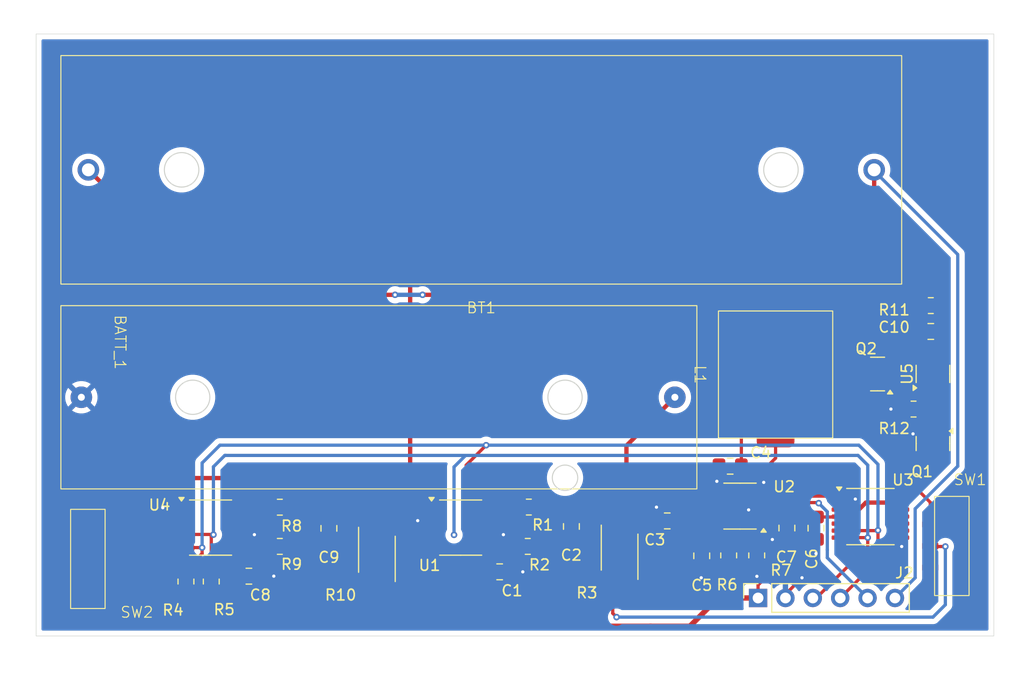
<source format=kicad_pcb>
(kicad_pcb (version 20241229) (generator "pcbnew") (generator_version "9.0")
  (layers (0 "F.Cu" signal) (2 "B.Cu" signal) (13 "F.Paste" user) (15 "B.Paste" user) (5 "F.SilkS" user "F.Silkscreen") (7 "B.SilkS" user "B.Silkscreen") (1 "F.Mask" user) (3 "B.Mask" user) (25 "Edge.Cuts" user))
  (net 0 "")
  (net 1 "+ALK")
  (net 2 "GND")
  (net 3 "LITH")
  (net 4 "Net-(BT1--)")
  (net 5 "V5+")
  (net 6 "Net-(C2-Pad1)")
  (net 7 "Net-(C2-Pad2)")
  (net 8 "Net-(SW1-B)")
  (net 9 "Net-(U2-AUX)")
  (net 10 "Net-(U2-LDO)")
  (net 11 "Net-(C9-Pad1)")
  (net 12 "Net-(C9-Pad2)")
  (net 13 "Net-(U5-VCC)")
  (net 14 "SDA")
  (net 15 "SHDN")
  (net 16 "SCL")
  (net 17 "Net-(U2-SWITCH)")
  (net 18 "Net-(Q1-D)")
  (net 19 "Net-(Q1-G)")
  (net 20 "Net-(Q2-G)")
  (net 21 "Net-(U1-IN+)")
  (net 22 "Net-(U1-IN-)")
  (net 23 "Net-(SW1-A)")
  (net 24 "Net-(U2-FB)")
  (net 25 "Net-(U4-IN+)")
  (net 26 "Net-(U4-IN-)")
  (net 27 "Net-(U5-CS)")
  (net 28 "MPPC")
  (net 34 "Net-(SW2-B)")
  (footprint "Joule Thief-Library:18650_Cell_Clip" (layer "F.Cu") (at 140.2975 71.605)
    (property "Reference" "BT1" (at 0 12.8 0) (layer "F.SilkS") (effects (font (thickness 0.1))))
    (property "Value" "Battery_Cell")
    (fp_circle (center -27.8 0) (end -26.2 0) (stroke (width 0.1)) (fill no) (layer "Edge.Cuts"))
    (fp_circle (center 27.8 0) (end 29.4 0) (stroke (width 0.1)) (fill no) (layer "Edge.Cuts"))
    (pad "1" thru_hole circle (at 36.45 0) (size 2 2) (drill 1.2) (layers "*.Cu" "*.Mask") (net 3 "LITH"))
    (pad "2" thru_hole circle (at -36.45 0) (size 2 2) (drill 1.2) (layers "*.Cu" "*.Mask") (net 4 "Net-(BT1--)"))
  )
  (footprint "Joule Thief-Library:AA_Cell_Clip" (layer "F.Cu") (at 130.7975 92.705)
    (property "Reference" "BATT_1" (at -23.9975 -5.105 270) (layer "F.SilkS") (effects (font (thickness 0.1))))
    (property "Value" "Alkaline AA")
    (fp_circle (center -17.27 0) (end -15.68 0) (stroke (width 0.1)) (fill no) (layer "Edge.Cuts"))
    (fp_circle (center 17.27 0) (end 18.86 0) (stroke (width 0.1)) (fill no) (layer "Edge.Cuts"))
    (fp_circle (center 17.27 7.47) (end 18.45 7.47) (stroke (width 0.1)) (fill no) (layer "Edge.Cuts"))
    (pad "1" thru_hole circle (at 27.46 0) (size 2 2) (drill 0.65) (layers "*.Cu" "*.Mask") (net 1 "+ALK"))
    (pad "2" thru_hole circle (at -27.6 0) (size 2 2) (drill 0.65) (layers "*.Cu" "*.Mask") (net 2 "GND"))
  )
  (footprint "Resistor_SMD:R_0805_2012Metric_Pad1.20x1.40mm_HandSolder" (layer "F.Cu") (at 144.71 102.89)
    (property "Reference" "R1" (at 1.29 1.66 0) (layer "F.SilkS"))
    (property "Value" "10")
    (pad "1" smd roundrect (at -1 0) (size 1.2 1.4) (layers "F.Cu" "F.Mask" "F.Paste") (roundrect_rratio 0.208333) (net 21 "Net-(U1-IN+)"))
    (pad "2" smd roundrect (at 1 0) (size 1.2 1.4) (layers "F.Cu" "F.Mask" "F.Paste") (roundrect_rratio 0.208333) (net 6 "Net-(C2-Pad1)"))
  )
  (footprint "Package_SO:TSSOP-14_4.4x5mm_P0.65mm" (layer "F.Cu") (at 176.4 103.775)
    (property "Reference" "U3" (at 3.025 -3.4 180) (layer "F.SilkS"))
    (property "Value" "AD5280")
    (pad "1" smd roundrect (at -2.8625 -1.95) (size 1.475 0.4) (layers "F.Cu" "F.Mask" "F.Paste") (net 28 "MPPC"))
    (pad "2" smd roundrect (at -2.8625 -1.3) (size 1.475 0.4) (layers "F.Cu" "F.Mask" "F.Paste") (net 28 "MPPC"))
    (pad "3" smd roundrect (at -2.8625 -0.65) (size 1.475 0.4) (layers "F.Cu" "F.Mask" "F.Paste") (net 2 "GND"))
    (pad "4" smd roundrect (at -2.8625 0) (size 1.475 0.4) (layers "F.Cu" "F.Mask" "F.Paste") (net 5 "V5+"))
    (pad "5" smd roundrect (at -2.8625 0.65) (size 1.475 0.4) (layers "F.Cu" "F.Mask" "F.Paste"))
    (pad "6" smd roundrect (at -2.8625 1.3) (size 1.475 0.4) (layers "F.Cu" "F.Mask" "F.Paste") (net 16 "SCL"))
    (pad "7" smd roundrect (at -2.8625 1.95) (size 1.475 0.4) (layers "F.Cu" "F.Mask" "F.Paste") (net 14 "SDA"))
    (pad "8" smd roundrect (at 2.8625 1.95) (size 1.475 0.4) (layers "F.Cu" "F.Mask" "F.Paste") (net 2 "GND"))
    (pad "9" smd roundrect (at 2.8625 1.3) (size 1.475 0.4) (layers "F.Cu" "F.Mask" "F.Paste") (net 2 "GND"))
    (pad "10" smd roundrect (at 2.8625 0.65) (size 1.475 0.4) (layers "F.Cu" "F.Mask" "F.Paste") (net 2 "GND"))
    (pad "11" smd roundrect (at 2.8625 0) (size 1.475 0.4) (layers "F.Cu" "F.Mask" "F.Paste") (net 2 "GND"))
    (pad "12" smd roundrect (at 2.8625 -0.65) (size 1.475 0.4) (layers "F.Cu" "F.Mask" "F.Paste"))
    (pad "13" smd roundrect (at 2.8625 -1.3) (size 1.475 0.4) (layers "F.Cu" "F.Mask" "F.Paste") (net 5 "V5+"))
    (pad "14" smd roundrect (at 2.8625 -1.95) (size 1.475 0.4) (layers "F.Cu" "F.Mask" "F.Paste"))
  )
  (footprint "Package_SO:MSOP-12_3x4.039mm_P0.65mm" (layer "F.Cu") (at 164.3 102.8 180)
    (property "Reference" "U2" (at -4.1 1.8 0) (layer "F.SilkS"))
    (property "Value" "LTC3105xMS")
    (pad "1" smd roundrect (at -2.15 -1.625 180) (size 1.45 0.4) (layers "F.Cu" "F.Mask" "F.Paste") (net 24 "Net-(U2-FB)"))
    (pad "2" smd roundrect (at -2.15 -0.975 180) (size 1.45 0.4) (layers "F.Cu" "F.Mask" "F.Paste") (net 10 "Net-(U2-LDO)"))
    (pad "3" smd roundrect (at -2.15 -0.325 180) (size 1.45 0.4) (layers "F.Cu" "F.Mask" "F.Paste") (net 2 "GND"))
    (pad "4" smd roundrect (at -2.15 0.325 180) (size 1.45 0.4) (layers "F.Cu" "F.Mask" "F.Paste") (net 15 "SHDN"))
    (pad "5" smd roundrect (at -2.15 0.975 180) (size 1.45 0.4) (layers "F.Cu" "F.Mask" "F.Paste") (net 28 "MPPC"))
    (pad "6" smd roundrect (at -2.15 1.625 180) (size 1.45 0.4) (layers "F.Cu" "F.Mask" "F.Paste") (net 2 "GND"))
    (pad "7" smd roundrect (at 2.15 1.625 180) (size 1.45 0.4) (layers "F.Cu" "F.Mask" "F.Paste") (net 2 "GND"))
    (pad "8" smd roundrect (at 2.15 0.975 180) (size 1.45 0.4) (layers "F.Cu" "F.Mask" "F.Paste") (net 23 "Net-(SW1-A)"))
    (pad "9" smd roundrect (at 2.15 0.325 180) (size 1.45 0.4) (layers "F.Cu" "F.Mask" "F.Paste") (net 17 "Net-(U2-SWITCH)"))
    (pad "10" smd roundrect (at 2.15 -0.325 180) (size 1.45 0.4) (layers "F.Cu" "F.Mask" "F.Paste"))
    (pad "11" smd roundrect (at 2.15 -0.975 180) (size 1.45 0.4) (layers "F.Cu" "F.Mask" "F.Paste") (net 5 "V5+"))
    (pad "12" smd roundrect (at 2.15 -1.625 180) (size 1.45 0.4) (layers "F.Cu" "F.Mask" "F.Paste") (net 9 "Net-(U2-AUX)"))
  )
  (footprint "Capacitor_SMD:C_0805_2012Metric_Pad1.18x1.45mm_HandSolder" (layer "F.Cu") (at 157.55 104.175)
    (property "Reference" "C3" (at -1.15 1.75 0) (layer "F.SilkS"))
    (property "Value" "100u")
    (pad "1" smd roundrect (at -1.0375 0) (size 1.175 1.45) (layers "F.Cu" "F.Mask" "F.Paste") (roundrect_rratio 0.212766) (net 2 "GND"))
    (pad "2" smd roundrect (at 1.0375 0) (size 1.175 1.45) (layers "F.Cu" "F.Mask" "F.Paste") (roundrect_rratio 0.212766) (net 5 "V5+"))
  )
  (footprint "Resistor_SMD:R_0805_2012Metric_Pad1.20x1.40mm_HandSolder" (layer "F.Cu") (at 180.4 93.8)
    (property "Reference" "R12" (at -1.8 1.8 0) (layer "F.SilkS"))
    (property "Value" "1k")
    (pad "1" smd roundrect (at -1 0) (size 1.2 1.4) (layers "F.Cu" "F.Mask" "F.Paste") (roundrect_rratio 0.208333) (net 2 "GND"))
    (pad "2" smd roundrect (at 1 0) (size 1.2 1.4) (layers "F.Cu" "F.Mask" "F.Paste") (roundrect_rratio 0.208333) (net 27 "Net-(U5-CS)"))
  )
  (footprint "Resistor_SMD:R_0805_2012Metric_Pad1.20x1.40mm_HandSolder" (layer "F.Cu") (at 163.25 107.375 90)
    (property "Reference" "R6" (at -2.725 -0.15 180) (layer "F.SilkS"))
    (property "Value" "910k")
    (pad "1" smd roundrect (at -1 0 90) (size 1.2 1.4) (layers "F.Cu" "F.Mask" "F.Paste") (roundrect_rratio 0.208333) (net 5 "V5+"))
    (pad "2" smd roundrect (at 1 0 90) (size 1.2 1.4) (layers "F.Cu" "F.Mask" "F.Paste") (roundrect_rratio 0.208333) (net 24 "Net-(U2-FB)"))
  )
  (footprint "Resistor_SMD:R_0805_2012Metric_Pad1.20x1.40mm_HandSolder" (layer "F.Cu") (at 121.61 102.9025)
    (property "Reference" "R8" (at 1.09 1.7475 0) (layer "F.SilkS"))
    (property "Value" "10")
    (pad "1" smd roundrect (at -1 0) (size 1.2 1.4) (layers "F.Cu" "F.Mask" "F.Paste") (roundrect_rratio 0.208333) (net 25 "Net-(U4-IN+)"))
    (pad "2" smd roundrect (at 1 0) (size 1.2 1.4) (layers "F.Cu" "F.Mask" "F.Paste") (roundrect_rratio 0.208333) (net 12 "Net-(C9-Pad2)"))
  )
  (footprint "Resistor_SMD:R_0805_2012Metric_Pad1.20x1.40mm_HandSolder" (layer "F.Cu") (at 121.61 106.54)
    (property "Reference" "R9" (at 1.09 1.66 0) (layer "F.SilkS"))
    (property "Value" "10")
    (pad "1" smd roundrect (at -1 0) (size 1.2 1.4) (layers "F.Cu" "F.Mask" "F.Paste") (roundrect_rratio 0.208333) (net 26 "Net-(U4-IN-)"))
    (pad "2" smd roundrect (at 1 0) (size 1.2 1.4) (layers "F.Cu" "F.Mask" "F.Paste") (roundrect_rratio 0.208333) (net 11 "Net-(C9-Pad1)"))
  )
  (footprint "Capacitor_SMD:C_0805_2012Metric_Pad1.18x1.45mm_HandSolder" (layer "F.Cu") (at 148.66 104.69 -90)
    (property "Reference" "C2" (at 2.66 0.01 180) (layer "F.SilkS"))
    (property "Value" "0.1u")
    (pad "1" smd roundrect (at -1.0375 0 270) (size 1.175 1.45) (layers "F.Cu" "F.Mask" "F.Paste") (roundrect_rratio 0.212766) (net 6 "Net-(C2-Pad1)"))
    (pad "2" smd roundrect (at 1.0375 0 270) (size 1.175 1.45) (layers "F.Cu" "F.Mask" "F.Paste") (roundrect_rratio 0.212766) (net 7 "Net-(C2-Pad2)"))
  )
  (footprint "Package_TO_SOT_SMD:SOT-23" (layer "F.Cu") (at 182.2 97 -90)
    (property "Reference" "Q1" (at 2.6 1 180) (layer "F.SilkS"))
    (property "Value" "AO3400A")
    (pad "1" smd roundrect (at -0.9375 -0.95 270) (size 1.475 0.6) (layers "F.Cu" "F.Mask" "F.Paste") (net 19 "Net-(Q1-G)"))
    (pad "2" smd roundrect (at -0.9375 0.95 270) (size 1.475 0.6) (layers "F.Cu" "F.Mask" "F.Paste") (net 2 "GND"))
    (pad "3" smd roundrect (at 0.9375 0 270) (size 1.475 0.6) (layers "F.Cu" "F.Mask" "F.Paste") (net 18 "Net-(Q1-D)"))
  )
  (footprint "Capacitor_SMD:C_0805_2012Metric_Pad1.18x1.45mm_HandSolder" (layer "F.Cu") (at 126.1625 104.865 90)
    (property "Reference" "C9" (at -2.685 0 180) (layer "F.SilkS"))
    (property "Value" "0.1u")
    (pad "1" smd roundrect (at -1.0375 0 90) (size 1.175 1.45) (layers "F.Cu" "F.Mask" "F.Paste") (roundrect_rratio 0.212766) (net 11 "Net-(C9-Pad1)"))
    (pad "2" smd roundrect (at 1.0375 0 90) (size 1.175 1.45) (layers "F.Cu" "F.Mask" "F.Paste") (roundrect_rratio 0.212766) (net 12 "Net-(C9-Pad2)"))
  )
  (footprint "Capacitor_SMD:C_0805_2012Metric_Pad1.18x1.45mm_HandSolder" (layer "F.Cu") (at 160.75 107.4125 -90)
    (property "Reference" "C5" (at 2.7375 0 180) (layer "F.SilkS"))
    (property "Value" "1u")
    (pad "1" smd roundrect (at -1.0375 0 270) (size 1.175 1.45) (layers "F.Cu" "F.Mask" "F.Paste") (roundrect_rratio 0.212766) (net 9 "Net-(U2-AUX)"))
    (pad "2" smd roundrect (at 1.0375 0 270) (size 1.175 1.45) (layers "F.Cu" "F.Mask" "F.Paste") (roundrect_rratio 0.212766) (net 2 "GND"))
  )
  (footprint "Connector_PinSocket_2.54mm:PinSocket_1x06_P2.54mm_Vertical" (layer "F.Cu") (at 165.975 111.325 90)
    (property "Reference" "J2" (at 2.325 13.575 180) (layer "F.SilkS"))
    (property "Value" "Conn_01x06_Socket")
    (pad "1" thru_hole rect (at 0 0 90) (size 1.7 1.7) (drill 1) (layers "*.Cu" "*.Mask") (net 5 "V5+"))
    (pad "2" thru_hole oval (at 0 2.54 90) (size 1.7 1.7) (drill 1) (layers "*.Cu" "*.Mask") (net 2 "GND"))
    (pad "3" thru_hole oval (at 0 5.08 90) (size 1.7 1.7) (drill 1) (layers "*.Cu" "*.Mask") (net 14 "SDA"))
    (pad "4" thru_hole oval (at 0 7.62 90) (size 1.7 1.7) (drill 1) (layers "*.Cu" "*.Mask") (net 16 "SCL"))
    (pad "5" thru_hole oval (at 0 10.16 90) (size 1.7 1.7) (drill 1) (layers "*.Cu" "*.Mask") (net 15 "SHDN"))
    (pad "6" thru_hole oval (at 0 12.7 90) (size 1.7 1.7) (drill 1) (layers "*.Cu" "*.Mask") (net 3 "LITH"))
  )
  (footprint "Resistor_SMD:R_0805_2012Metric_Pad1.20x1.40mm_HandSolder" (layer "F.Cu") (at 144.61 106.54)
    (property "Reference" "R2" (at 1.09 1.71 0) (layer "F.SilkS"))
    (property "Value" "10")
    (pad "1" smd roundrect (at -1 0) (size 1.2 1.4) (layers "F.Cu" "F.Mask" "F.Paste") (roundrect_rratio 0.208333) (net 22 "Net-(U1-IN-)"))
    (pad "2" smd roundrect (at 1 0) (size 1.2 1.4) (layers "F.Cu" "F.Mask" "F.Paste") (roundrect_rratio 0.208333) (net 7 "Net-(C2-Pad2)"))
  )
  (footprint "Package_TO_SOT_SMD:SOT-23-6" (layer "F.Cu") (at 182.2 90.5375 90)
    (property "Reference" "U5" (at 0 -2.4 270) (layer "F.SilkS"))
    (property "Value" "DW01A")
    (pad "1" smd roundrect (at -1.1375 -0.95 90) (size 1.325 0.6) (layers "F.Cu" "F.Mask" "F.Paste") (net 20 "Net-(Q2-G)"))
    (pad "2" smd roundrect (at -1.1375 0 90) (size 1.325 0.6) (layers "F.Cu" "F.Mask" "F.Paste") (net 27 "Net-(U5-CS)"))
    (pad "3" smd roundrect (at -1.1375 0.95 90) (size 1.325 0.6) (layers "F.Cu" "F.Mask" "F.Paste") (net 19 "Net-(Q1-G)"))
    (pad "4" smd roundrect (at 1.1375 0.95 90) (size 1.325 0.6) (layers "F.Cu" "F.Mask" "F.Paste"))
    (pad "5" smd roundrect (at 1.1375 0 90) (size 1.325 0.6) (layers "F.Cu" "F.Mask" "F.Paste") (net 13 "Net-(U5-VCC)"))
    (pad "6" smd roundrect (at 1.1375 -0.95 90) (size 1.325 0.6) (layers "F.Cu" "F.Mask" "F.Paste") (net 4 "Net-(BT1--)"))
  )
  (footprint "Capacitor_SMD:C_0805_2012Metric_Pad1.18x1.45mm_HandSolder" (layer "F.Cu") (at 163.3875 99.1 180)
    (property "Reference" "C4" (at -2.8375 1.25 0) (layer "F.SilkS"))
    (property "Value" "10u")
    (pad "1" smd roundrect (at -1.0375 0 180) (size 1.175 1.45) (layers "F.Cu" "F.Mask" "F.Paste") (roundrect_rratio 0.212766) (net 23 "Net-(SW1-A)"))
    (pad "2" smd roundrect (at 1.0375 0 180) (size 1.175 1.45) (layers "F.Cu" "F.Mask" "F.Paste") (roundrect_rratio 0.212766) (net 2 "GND"))
  )
  (footprint "Package_TO_SOT_SMD:SOT-23" (layer "F.Cu") (at 177.0625 90.55 180)
    (property "Reference" "Q2" (at 1.0625 2.35 0) (layer "F.SilkS"))
    (property "Value" "AO3400A")
    (pad "1" smd roundrect (at -0.9375 -0.95 180) (size 1.475 0.6) (layers "F.Cu" "F.Mask" "F.Paste") (net 20 "Net-(Q2-G)"))
    (pad "2" smd roundrect (at -0.9375 0.95 180) (size 1.475 0.6) (layers "F.Cu" "F.Mask" "F.Paste") (net 4 "Net-(BT1--)"))
    (pad "3" smd roundrect (at 0.9375 0 180) (size 1.475 0.6) (layers "F.Cu" "F.Mask" "F.Paste") (net 18 "Net-(Q1-D)"))
  )
  (footprint "Capacitor_SMD:C_0805_2012Metric_Pad1.18x1.45mm_HandSolder" (layer "F.Cu") (at 168.65 104.8375 -90)
    (property "Reference" "C7" (at 2.6875 0.05 180) (layer "F.SilkS"))
    (property "Value" "4.7u")
    (pad "1" smd roundrect (at -1.0375 0 270) (size 1.175 1.45) (layers "F.Cu" "F.Mask" "F.Paste") (roundrect_rratio 0.212766) (net 10 "Net-(U2-LDO)"))
    (pad "2" smd roundrect (at 1.0375 0 270) (size 1.175 1.45) (layers "F.Cu" "F.Mask" "F.Paste") (roundrect_rratio 0.212766) (net 2 "GND"))
  )
  (footprint "Capacitor_SMD:C_0805_2012Metric_Pad1.18x1.45mm_HandSolder" (layer "F.Cu") (at 171.35 104.85 -90)
    (property "Reference" "C6" (at 2.8375 0.4 90) (layer "F.SilkS"))
    (property "Value" "0.1u")
    (pad "1" smd roundrect (at -1.0375 0 270) (size 1.175 1.45) (layers "F.Cu" "F.Mask" "F.Paste") (roundrect_rratio 0.212766) (net 5 "V5+"))
    (pad "2" smd roundrect (at 1.0375 0 270) (size 1.175 1.45) (layers "F.Cu" "F.Mask" "F.Paste") (roundrect_rratio 0.212766) (net 2 "GND"))
  )
  (footprint "Resistor_SMD:R_Shunt_Vishay_WSK2512_6332Metric_T1.19mm" (layer "F.Cu") (at 130.615 107.27 -90)
    (property "Reference" "R10" (at 3.78 3.365 180) (layer "F.SilkS"))
    (property "Value" "0.1R")
    (pad "1" smd roundrect (at -2.985 -0.635 270) (size 2.29 2.03) (layers "F.Cu" "F.Mask" "F.Paste") (roundrect_rratio 0.12) (net 34 "Net-(SW2-B)"))
    (pad "2" smd roundrect (at -3.43 1.27 270) (size 1.4 0.76) (layers "F.Cu" "F.Mask" "F.Paste") (roundrect_rratio 0.12) (net 12 "Net-(C9-Pad2)"))
    (pad "3" smd roundrect (at 3.43 -1.27 270) (size 1.4 0.76) (layers "F.Cu" "F.Mask" "F.Paste") (net 11 "Net-(C9-Pad1)"))
    (pad "4" smd roundrect (at 2.985 0.635 270) (size 2.29 2.03) (layers "F.Cu" "F.Mask" "F.Paste") (roundrect_rratio 0.12) (net 3 "LITH"))
  )
  (footprint "Package_SO:SOIC-8_3.9x4.9mm_P1.27mm" (layer "F.Cu") (at 115.185 104.795)
    (property "Reference" "U4" (at -4.735 -2.095 0) (layer "F.SilkS"))
    (property "Value" "INA219AxD")
    (pad "1" smd roundrect (at -2.475 -1.905) (size 1.95 0.6) (layers "F.Cu" "F.Mask" "F.Paste") (net 2 "GND"))
    (pad "2" smd roundrect (at -2.475 -0.635) (size 1.95 0.6) (layers "F.Cu" "F.Mask" "F.Paste") (net 5 "V5+"))
    (pad "3" smd roundrect (at -2.475 0.635) (size 1.95 0.6) (layers "F.Cu" "F.Mask" "F.Paste") (net 14 "SDA"))
    (pad "4" smd roundrect (at -2.475 1.905) (size 1.95 0.6) (layers "F.Cu" "F.Mask" "F.Paste") (net 16 "SCL"))
    (pad "5" smd roundrect (at 2.475 1.905) (size 1.95 0.6) (layers "F.Cu" "F.Mask" "F.Paste") (net 5 "V5+"))
    (pad "6" smd roundrect (at 2.475 0.635) (size 1.95 0.6) (layers "F.Cu" "F.Mask" "F.Paste") (net 2 "GND"))
    (pad "7" smd roundrect (at 2.475 -0.635) (size 1.95 0.6) (layers "F.Cu" "F.Mask" "F.Paste") (net 26 "Net-(U4-IN-)"))
    (pad "8" smd roundrect (at 2.475 -1.905) (size 1.95 0.6) (layers "F.Cu" "F.Mask" "F.Paste") (net 25 "Net-(U4-IN+)"))
  )
  (footprint "Resistor_SMD:R_Shunt_Vishay_WSK2512_6332Metric_T1.19mm" (layer "F.Cu") (at 153.13 107.07 -90)
    (property "Reference" "R3" (at 3.78 3.03 180) (layer "F.SilkS"))
    (property "Value" "0.1R")
    (pad "1" smd roundrect (at -2.985 -0.635 270) (size 2.29 2.03) (layers "F.Cu" "F.Mask" "F.Paste") (roundrect_rratio 0.12) (net 1 "+ALK"))
    (pad "2" smd roundrect (at -3.43 1.27 270) (size 1.4 0.76) (layers "F.Cu" "F.Mask" "F.Paste") (roundrect_rratio 0.12) (net 6 "Net-(C2-Pad1)"))
    (pad "3" smd roundrect (at 3.43 -1.27 270) (size 1.4 0.76) (layers "F.Cu" "F.Mask" "F.Paste") (net 7 "Net-(C2-Pad2)"))
    (pad "4" smd roundrect (at 2.985 0.635 270) (size 2.29 2.03) (layers "F.Cu" "F.Mask" "F.Paste") (roundrect_rratio 0.12) (net 8 "Net-(SW1-B)"))
  )
  (footprint "Joule Thief-Library:Power_Inductor_101040" (layer "F.Cu") (at 167.6 90.6 -90)
    (property "Reference" "L1" (at 0 7 270) (layer "F.SilkS") (effects (font (thickness 0.1))))
    (property "Value" "10u")
    (pad "1" smd roundrect (at -4.75 0) (size 3.5 4) (layers "F.Cu" "F.Mask" "F.Paste") (roundrect_rratio 0.15) (net 23 "Net-(SW1-A)"))
    (pad "2" smd roundrect (at 4.75 0) (size 3.5 4) (layers "F.Cu" "F.Mask" "F.Paste") (roundrect_rratio 0.15) (net 17 "Net-(U2-SWITCH)"))
  )
  (footprint "Resistor_SMD:R_0805_2012Metric_Pad1.20x1.40mm_HandSolder" (layer "F.Cu") (at 165.85 107.375 -90)
    (property "Reference" "R7" (at 1.375 -2.25 180) (layer "F.SilkS"))
    (property "Value" "220k")
    (pad "1" smd roundrect (at -1 0 270) (size 1.2 1.4) (layers "F.Cu" "F.Mask" "F.Paste") (roundrect_rratio 0.208333) (net 24 "Net-(U2-FB)"))
    (pad "2" smd roundrect (at 1 0 270) (size 1.2 1.4) (layers "F.Cu" "F.Mask" "F.Paste") (roundrect_rratio 0.208333) (net 2 "GND"))
  )
  (footprint "Resistor_SMD:R_0805_2012Metric_Pad1.20x1.40mm_HandSolder" (layer "F.Cu") (at 182 84.2 180)
    (property "Reference" "R11" (at 3.4 -0.4 0) (layer "F.SilkS"))
    (property "Value" "100")
    (pad "1" smd roundrect (at -1 0 180) (size 1.2 1.4) (layers "F.Cu" "F.Mask" "F.Paste") (roundrect_rratio 0.208333) (net 13 "Net-(U5-VCC)"))
    (pad "2" smd roundrect (at 1 0 180) (size 1.2 1.4) (layers "F.Cu" "F.Mask" "F.Paste") (roundrect_rratio 0.208333) (net 3 "LITH"))
  )
  (footprint "Capacitor_SMD:C_0805_2012Metric_Pad1.18x1.45mm_HandSolder" (layer "F.Cu") (at 118.74 109.3025)
    (property "Reference" "C8" (at 1.06 1.7475 180) (layer "F.SilkS"))
    (property "Value" "0.1u")
    (pad "1" smd roundrect (at -1.0375 0) (size 1.175 1.45) (layers "F.Cu" "F.Mask" "F.Paste") (roundrect_rratio 0.212766) (net 5 "V5+"))
    (pad "2" smd roundrect (at 1.0375 0) (size 1.175 1.45) (layers "F.Cu" "F.Mask" "F.Paste") (roundrect_rratio 0.212766) (net 2 "GND"))
  )
  (footprint "Joule Thief-Library:SMD_DPST_Switch" (layer "F.Cu") (at 183.95 106.5 -90)
    (property "Reference" "SW1" (at -6.15 -1.7 0) (layer "F.SilkS") (effects (font (thickness 0.1))))
    (property "Value" "SW_SPST")
    (pad "1" smd roundrect (at -2 2) (size 1.5 0.6) (layers "F.Cu" "F.Mask" "F.Paste") (roundrect_rratio 0.15) (net 23 "Net-(SW1-A)"))
    (pad "2" smd roundrect (at 0 2) (size 1.5 0.6) (layers "F.Cu" "F.Mask" "F.Paste") (roundrect_rratio 0.15) (net 8 "Net-(SW1-B)"))
    (pad "3" smd roundrect (at 2 2) (size 1.5 0.6) (layers "F.Cu" "F.Mask" "F.Paste") (roundrect_rratio 0.15))
    (pad "4" smd roundrect (at -2 -2) (size 1.5 0.6) (layers "F.Cu" "F.Mask" "F.Paste") (roundrect_rratio 0.15))
    (pad "5" smd roundrect (at 0 -2) (size 1.5 0.6) (layers "F.Cu" "F.Mask" "F.Paste") (roundrect_rratio 0.15))
    (pad "6" smd roundrect (at 2 -2) (size 1.5 0.6) (layers "F.Cu" "F.Mask" "F.Paste") (roundrect_rratio 0.15))
  )
  (footprint "Resistor_SMD:R_0805_2012Metric_Pad1.20x1.40mm_HandSolder" (layer "F.Cu") (at 115.25 109.8 90)
    (property "Reference" "R5" (at -2.6 1.2 0) (layer "F.SilkS"))
    (property "Value" "4.7k")
    (pad "1" smd roundrect (at -1 0 90) (size 1.2 1.4) (layers "F.Cu" "F.Mask" "F.Paste") (roundrect_rratio 0.208333) (net 5 "V5+"))
    (pad "2" smd roundrect (at 1 0 90) (size 1.2 1.4) (layers "F.Cu" "F.Mask" "F.Paste") (roundrect_rratio 0.208333) (net 14 "SDA"))
  )
  (footprint "Resistor_SMD:R_0805_2012Metric_Pad1.20x1.40mm_HandSolder" (layer "F.Cu") (at 112.9 109.8 90)
    (property "Reference" "R4" (at -2.65 -1.2 0) (layer "F.SilkS"))
    (property "Value" "4.7k")
    (pad "1" smd roundrect (at -1 0 90) (size 1.2 1.4) (layers "F.Cu" "F.Mask" "F.Paste") (roundrect_rratio 0.208333) (net 5 "V5+"))
    (pad "2" smd roundrect (at 1 0 90) (size 1.2 1.4) (layers "F.Cu" "F.Mask" "F.Paste") (roundrect_rratio 0.208333) (net 16 "SCL"))
  )
  (footprint "Capacitor_SMD:C_0805_2012Metric_Pad1.18x1.45mm_HandSolder" (layer "F.Cu") (at 142.0025 108.8975)
    (property "Reference" "C1" (at 1.1475 1.7525 0) (layer "F.SilkS"))
    (property "Value" "0.1u")
    (pad "1" smd roundrect (at -1.0375 0) (size 1.175 1.45) (layers "F.Cu" "F.Mask" "F.Paste") (roundrect_rratio 0.212766) (net 5 "V5+"))
    (pad "2" smd roundrect (at 1.0375 0) (size 1.175 1.45) (layers "F.Cu" "F.Mask" "F.Paste") (roundrect_rratio 0.212766) (net 2 "GND"))
  )
  (footprint "Package_SO:SOIC-8_3.9x4.9mm_P1.27mm" (layer "F.Cu") (at 138.385 104.795)
    (property "Reference" "U1" (at -2.885 3.505 0) (layer "F.SilkS"))
    (property "Value" "INA219AxD")
    (pad "1" smd roundrect (at -2.475 -1.905) (size 1.95 0.6) (layers "F.Cu" "F.Mask" "F.Paste") (net 2 "GND"))
    (pad "2" smd roundrect (at -2.475 -0.635) (size 1.95 0.6) (layers "F.Cu" "F.Mask" "F.Paste") (net 2 "GND"))
    (pad "3" smd roundrect (at -2.475 0.635) (size 1.95 0.6) (layers "F.Cu" "F.Mask" "F.Paste") (net 14 "SDA"))
    (pad "4" smd roundrect (at -2.475 1.905) (size 1.95 0.6) (layers "F.Cu" "F.Mask" "F.Paste") (net 16 "SCL"))
    (pad "5" smd roundrect (at 2.475 1.905) (size 1.95 0.6) (layers "F.Cu" "F.Mask" "F.Paste") (net 5 "V5+"))
    (pad "6" smd roundrect (at 2.475 0.635) (size 1.95 0.6) (layers "F.Cu" "F.Mask" "F.Paste") (net 2 "GND"))
    (pad "7" smd roundrect (at 2.475 -0.635) (size 1.95 0.6) (layers "F.Cu" "F.Mask" "F.Paste") (net 22 "Net-(U1-IN-)"))
    (pad "8" smd roundrect (at 2.475 -1.905) (size 1.95 0.6) (layers "F.Cu" "F.Mask" "F.Paste") (net 21 "Net-(U1-IN+)"))
  )
  (footprint "Capacitor_SMD:C_0805_2012Metric_Pad1.18x1.45mm_HandSolder" (layer "F.Cu") (at 182 86.6 180)
    (property "Reference" "C10" (at 3.4 0.4 0) (layer "F.SilkS"))
    (property "Value" "0.1u")
    (pad "1" smd roundrect (at -1.0375 0 180) (size 1.175 1.45) (layers "F.Cu" "F.Mask" "F.Paste") (roundrect_rratio 0.212766) (net 13 "Net-(U5-VCC)"))
    (pad "2" smd roundrect (at 1.0375 0 180) (size 1.175 1.45) (layers "F.Cu" "F.Mask" "F.Paste") (roundrect_rratio 0.212766) (net 4 "Net-(BT1--)"))
  )
  (footprint "Joule Thief-Library:SMD_DPST_Switch" (layer "F.Cu") (at 103.8 107.7 90)
    (property "Reference" "SW2" (at -4.95 4.55 0) (layer "F.SilkS") (effects (font (thickness 0.1))))
    (property "Value" "SW_SPST")
    (pad "1" smd roundrect (at -2 2 180) (size 1.5 0.6) (layers "F.Cu" "F.Mask" "F.Paste") (roundrect_rratio 0.15) (net 5 "V5+"))
    (pad "2" smd roundrect (at 0 2 180) (size 1.5 0.6) (layers "F.Cu" "F.Mask" "F.Paste") (roundrect_rratio 0.15) (net 34 "Net-(SW2-B)"))
    (pad "3" smd roundrect (at 2 2 180) (size 1.5 0.6) (layers "F.Cu" "F.Mask" "F.Paste") (roundrect_rratio 0.15))
    (pad "4" smd roundrect (at -2 -2 180) (size 1.5 0.6) (layers "F.Cu" "F.Mask" "F.Paste") (roundrect_rratio 0.15))
    (pad "5" smd roundrect (at 0 -2 180) (size 1.5 0.6) (layers "F.Cu" "F.Mask" "F.Paste") (roundrect_rratio 0.15))
    (pad "6" smd roundrect (at 2 -2 180) (size 1.5 0.6) (layers "F.Cu" "F.Mask" "F.Paste") (roundrect_rratio 0.15))
  )
  (gr_rect (start 99 59) (end 187.85 114.85) (stroke (width 0.05)) (fill no) (layer "Edge.Cuts"))
  (segment (start 158.2575 92.705) (end 153.765 97.1975) (width 0.4) (layer "F.Cu") (net 1))
  (segment (start 153.765 97.1975) (end 153.765 104.085) (width 0.4) (layer "F.Cu") (net 1))
  (segment (start 162.35 99.1) (end 162.35 100.3) (width 0.3) (layer "F.Cu") (net 2))
  (segment (start 156.5125 104.175) (end 156.5125 102.9375) (width 0.3) (layer "F.Cu") (net 2))
  (segment (start 179.4 93.8) (end 178.3 93.8) (width 0.3) (layer "F.Cu") (net 2))
  (segment (start 165.85 109.3) (end 165.86538 109.31538) (width 0.3) (layer "F.Cu") (net 2))
  (segment (start 166.45 100.65) (end 166.5 100.6) (width 0.3) (layer "F.Cu") (net 2))
  (segment (start 180.3875 96.0625) (end 180.35 96.1) (width 0.3) (layer "F.Cu") (net 2))
  (segment (start 135.91 104.16) (end 134.41 104.16) (width 0.4) (layer "F.Cu") (net 2))
  (segment (start 168.45 111.26) (end 168.515 111.325) (width 0.3) (layer "F.Cu") (net 2))
  (segment (start 167.325 105.875) (end 167.3 105.9) (width 0.3) (layer "F.Cu") (net 2))
  (segment (start 144.1475 108.8975) (end 144.15 108.9) (width 0.3) (layer "F.Cu") (net 2))
  (segment (start 165.85 108.375) (end 165.85 109.3) (width 0.3) (layer "F.Cu") (net 2))
  (segment (start 181.25 96.0625) (end 180.3875 96.0625) (width 0.3) (layer "F.Cu") (net 2))
  (segment (start 171.35 105.8875) (end 171.35 107.2) (width 0.3) (layer "F.Cu") (net 2))
  (segment (start 168.515 111.325) (end 168.515 110.985) (width 0.3) (layer "F.Cu") (net 2))
  (segment (start 112.71 102.89) (end 110.81 102.89) (width 0.3) (layer "F.Cu") (net 2))
  (segment (start 135.91 102.89) (end 135.91 104.16) (width 0.4) (layer "F.Cu") (net 2))
  (segment (start 173.5375 103.125) (end 174.274999 103.125) (width 0.3) (layer "F.Cu") (net 2))
  (segment (start 168.65 105.875) (end 167.325 105.875) (width 0.3) (layer "F.Cu") (net 2))
  (segment (start 162.15 101.175) (end 162.15 100.5) (width 0.3) (layer "F.Cu") (net 2))
  (segment (start 117.66 105.43) (end 119.23 105.43) (width 0.3) (layer "F.Cu") (net 2))
  (segment (start 179.2625 105.075) (end 179.2625 105.725) (width 0.3) (layer "F.Cu") (net 2))
  (segment (start 134.41 104.16) (end 134.4 104.15) (width 0.4) (layer "F.Cu") (net 2))
  (segment (start 142.33 105.43) (end 142.35 105.45) (width 0.3) (layer "F.Cu") (net 2))
  (segment (start 140.86 105.43) (end 142.33 105.43) (width 0.3) (layer "F.Cu") (net 2))
  (segment (start 175 102.399999) (end 175 102.15) (width 0.3) (layer "F.Cu") (net 2))
  (segment (start 166.45 101.175) (end 166.45 100.65) (width 0.3) (layer "F.Cu") (net 2))
  (segment (start 121.0475 109.3025) (end 121.05 109.3) (width 0.3) (layer "F.Cu") (net 2))
  (segment (start 166.45 103.125) (end 165.125 103.125) (width 0.3) (layer "F.Cu") (net 2))
  (segment (start 179.2625 106.5125) (end 179.3 106.55) (width 0.3) (layer "F.Cu") (net 2))
  (segment (start 160.75 109.4) (end 160.7 109.45) (width 0.3) (layer "F.Cu") (net 2))
  (segment (start 179.2625 105.725) (end 179.2625 106.5125) (width 0.3) (layer "F.Cu") (net 2))
  (segment (start 179.2625 104.425) (end 179.2625 105.075) (width 0.3) (layer "F.Cu") (net 2))
  (segment (start 162.35 100.3) (end 162.15 100.5) (width 0.3) (layer "F.Cu") (net 2))
  (segment (start 179.2625 103.775) (end 179.2625 104.425) (width 0.3) (layer "F.Cu") (net 2))
  (segment (start 165.125 103.125) (end 165.1 103.15) (width 0.3) (layer "F.Cu") (net 2))
  (segment (start 174.274999 103.125) (end 175 102.399999) (width 0.3) (layer "F.Cu") (net 2))
  (segment (start 119.7775 109.3025) (end 119.7775 109.5275) (width 0.3) (layer "F.Cu") (net 2))
  (segment (start 168.515 110.985) (end 170.05 109.45) (width 0.3) (layer "F.Cu") (net 2))
  (segment (start 119.23 105.43) (end 119.25 105.45) (width 0.3) (layer "F.Cu") (net 2))
  (segment (start 119.7775 109.3025) (end 121.0475 109.3025) (width 0.3) (layer "F.Cu") (net 2))
  (segment (start 160.75 108.45) (end 160.75 109.4) (width 0.3) (layer "F.Cu") (net 2))
  (segment (start 110.81 102.89) (end 110.75 102.95) (width 0.3) (layer "F.Cu") (net 2))
  (segment (start 143.04 108.8975) (end 144.1475 108.8975) (width 0.3) (layer "F.Cu") (net 2))
  (segment (start 156.5125 102.9375) (end 156.55 102.9) (width 0.3) (layer "F.Cu") (net 2))
  (via (at 134.4 104.15) (size 0.6) (drill 0.3) (layers "F.Cu" "B.Cu") (net 2))
  (via (at 167.3 105.9) (size 0.6) (drill 0.3) (layers "F.Cu" "B.Cu") (net 2))
  (via (at 110.75 102.95) (size 0.6) (drill 0.3) (layers "F.Cu" "B.Cu") (net 2))
  (via (at 170.05 109.45) (size 0.6) (drill 0.3) (layers "F.Cu" "B.Cu") (net 2))
  (via (at 171.35 107.2) (size 0.6) (drill 0.3) (layers "F.Cu" "B.Cu") (net 2))
  (via (at 165.1 103.15) (size 0.6) (drill 0.3) (layers "F.Cu" "B.Cu") (net 2))
  (via (at 162.15 100.5) (size 0.6) (drill 0.3) (layers "F.Cu" "B.Cu") (net 2))
  (via (at 175 102.15) (size 0.6) (drill 0.3) (layers "F.Cu" "B.Cu") (net 2))
  (via (at 160.7 109.45) (size 0.6) (drill 0.3) (layers "F.Cu" "B.Cu") (net 2))
  (via (at 156.55 102.9) (size 0.6) (drill 0.3) (layers "F.Cu" "B.Cu") (net 2))
  (via (at 142.35 105.45) (size 0.6) (drill 0.3) (layers "F.Cu" "B.Cu") (net 2))
  (via (at 179.3 106.55) (size 0.6) (drill 0.3) (layers "F.Cu" "B.Cu") (net 2))
  (via (at 165.86538 109.31538) (size 0.6) (drill 0.3) (layers "F.Cu" "B.Cu") (net 2))
  (via (at 121.05 109.3) (size 0.6) (drill 0.3) (layers "F.Cu" "B.Cu") (net 2))
  (via (at 144.15 108.9) (size 0.6) (drill 0.3) (layers "F.Cu" "B.Cu") (net 2))
  (via (at 119.25 105.45) (size 0.6) (drill 0.3) (layers "F.Cu" "B.Cu") (net 2))
  (via (at 166.5 100.6) (size 0.6) (drill 0.3) (layers "F.Cu" "B.Cu") (net 2))
  (via (at 178.3 93.8) (size 0.6) (drill 0.3) (layers "F.Cu" "B.Cu") (net 2))
  (via (at 180.35 96.1) (size 0.6) (drill 0.3) (layers "F.Cu" "B.Cu") (net 2))
  (segment (start 181 81) (end 181 84.2) (width 0.4) (layer "F.Cu") (net 3))
  (segment (start 176.6 76.6) (end 137.15 76.6) (width 0.4) (layer "F.Cu") (net 3))
  (segment (start 133.7 112.05) (end 132.75 113) (width 0.4) (layer "F.Cu") (net 3))
  (segment (start 130.85 113) (end 129.98 112.13) (width 0.4) (layer "F.Cu") (net 3))
  (segment (start 133.7 80.05) (end 133.7 112.05) (width 0.4) (layer "F.Cu") (net 3))
  (segment (start 129.98 112.13) (end 129.98 110.255) (width 0.4) (layer "F.Cu") (net 3))
  (segment (start 177 77) (end 176.6 76.6) (width 0.4) (layer "F.Cu") (net 3))
  (segment (start 132.75 113) (end 130.85 113) (width 0.4) (layer "F.Cu") (net 3))
  (segment (start 137.15 76.6) (end 133.7 80.05) (width 0.4) (layer "F.Cu") (net 3))
  (segment (start 176.7475 71.605) (end 176.7475 76.7475) (width 0.4) (layer "F.Cu") (net 3))
  (segment (start 177 77) (end 181 81) (width 0.4) (layer "F.Cu") (net 3))
  (segment (start 176.7475 76.7475) (end 177 77) (width 0.4) (layer "F.Cu") (net 3))
  (segment (start 178.675 111.325) (end 180.55 109.45) (width 0.3) (layer "B.Cu") (net 3))
  (segment (start 180.55 103.05) (end 184.5 99.1) (width 0.3) (layer "B.Cu") (net 3))
  (segment (start 184.5 99.1) (end 184.5 79.4575) (width 0.3) (layer "B.Cu") (net 3))
  (segment (start 176.7475 71.705) (end 176.7475 71.605) (width 0.3) (layer "B.Cu") (net 3))
  (segment (start 184.45 79.4075) (end 176.7475 71.705) (width 0.3) (layer "B.Cu") (net 3))
  (segment (start 180.55 109.45) (end 180.55 103.05) (width 0.3) (layer "B.Cu") (net 3))
  (segment (start 134.85 83.2) (end 174 83.2) (width 0.4) (layer "F.Cu") (net 4))
  (segment (start 130.25 83.2) (end 132.3 83.2) (width 0.4) (layer "F.Cu") (net 4))
  (segment (start 181.05 89.6) (end 181.25 89.4) (width 0.4) (layer "F.Cu") (net 4))
  (segment (start 178 89.6) (end 181.05 89.6) (width 0.4) (layer "F.Cu") (net 4))
  (segment (start 103.8475 71.605) (end 115.4425 83.2) (width 0.4) (layer "F.Cu") (net 4))
  (segment (start 115.4425 83.2) (end 130.25 83.2) (width 0.4) (layer "F.Cu") (net 4))
  (segment (start 181.25 86.8875) (end 180.9625 86.6) (width 0.4) (layer "F.Cu") (net 4))
  (segment (start 181.25 89.4) (end 181.25 86.8875) (width 0.4) (layer "F.Cu") (net 4))
  (segment (start 174 83.2) (end 178 87.2) (width 0.4) (layer "F.Cu") (net 4))
  (segment (start 178 87.2) (end 178 89.6) (width 0.4) (layer "F.Cu") (net 4))
  (via (at 134.85 83.2) (size 0.6) (drill 0.3) (layers "F.Cu" "B.Cu") (net 4))
  (via (at 132.3 83.2) (size 0.6) (drill 0.3) (layers "F.Cu" "B.Cu") (net 4))
  (segment (start 132.3 83.2) (end 134.85 83.2) (width 0.4) (layer "B.Cu") (net 4))
  (segment (start 111.451 113.951) (end 110 112.5) (width 0.5) (layer "F.Cu") (net 5))
  (segment (start 113.8 113.8) (end 112.9 112.9) (width 0.5) (layer "F.Cu") (net 5))
  (segment (start 110.94 104.16) (end 110 105.1) (width 0.5) (layer "F.Cu") (net 5))
  (segment (start 158.5875 104.175) (end 158.6 104.1875) (width 0.5) (layer "F.Cu") (net 5))
  (segment (start 179.2625 102.475) (end 175.975 102.475) (width 0.4) (layer "F.Cu") (net 5))
  (segment (start 160.5 104.175) (end 160.9 103.775) (width 0.3) (layer "F.Cu") (net 5))
  (segment (start 170.5375 103.8125) (end 170 104.35) (width 0.3) (layer "F.Cu") (net 5))
  (segment (start 164.35 111.325) (end 165.975 111.325) (width 0.5) (layer "F.Cu") (net 5))
  (segment (start 160.125 111.325) (end 158.5875 109.7875) (width 0.5) (layer "F.Cu") (net 5))
  (segment (start 115.9 113.85) (end 115.25 113.2) (width 0.5) (layer "F.Cu") (net 5))
  (segment (start 162.275 111.325) (end 159.65 113.95) (width 0.5) (layer "F.Cu") (net 5))
  (segment (start 170 104.35) (end 170 108.2) (width 0.3) (layer "F.Cu") (net 5))
  (segment (start 175.975 102.475) (end 174.675 103.775) (width 0.4) (layer "F.Cu") (net 5))
  (segment (start 110 105.1) (end 110 111.8) (width 0.5) (layer "F.Cu") (net 5))
  (segment (start 140.965 108.8975) (end 140.965 112.466) (width 0.4) (layer "F.Cu") (net 5))
  (segment (start 110 111.8) (end 107.9 109.7) (width 0.5) (layer "F.Cu") (net 5))
  (segment (start 160.9 103.775) (end 162.15 103.775) (width 0.3) (layer "F.Cu") (net 5))
  (segment (start 115.9 113.951) (end 115.9 113.85) (width 0.5) (layer "F.Cu") (net 5))
  (segment (start 117.7025 112.5535) (end 119.1 113.951) (width 0.4) (layer "F.Cu") (net 5))
  (segment (start 156 113.95) (end 155.999 113.951) (width 0.5) (layer "F.Cu") (net 5))
  (segment (start 162.6 111.325) (end 160.125 111.325) (width 0.5) (layer "F.Cu") (net 5))
  (segment (start 107.9 109.7) (end 105.8 109.7) (width 0.5) (layer "F.Cu") (net 5))
  (segment (start 117.66 108.72) (end 117.7025 108.7625) (width 0.4) (layer "F.Cu") (net 5))
  (segment (start 168.65 109.55) (end 166.55 109.55) (width 0.3) (layer "F.Cu") (net 5))
  (segment (start 163.25 110.225) (end 164.35 111.325) (width 0.5) (layer "F.Cu") (net 5))
  (segment (start 113.8 113.951) (end 113.8 113.8) (width 0.5) (layer "F.Cu") (net 5))
  (segment (start 112.9 112.9) (end 112.9 110.8) (width 0.5) (layer "F.Cu") (net 5))
  (segment (start 174.675 103.775) (end 173.5375 103.775) (width 0.4) (layer "F.Cu") (net 5))
  (segment (start 112.71 104.16) (end 110.94 104.16) (width 0.5) (layer "F.Cu") (net 5))
  (segment (start 113.8 113.951) (end 111.451 113.951) (width 0.5) (layer "F.Cu") (net 5))
  (segment (start 166.55 109.55) (end 165.975 110.125) (width 0.3) (layer "F.Cu") (net 5))
  (segment (start 165.975 110.125) (end 165.975 111.325) (width 0.3) (layer "F.Cu") (net 5))
  (segment (start 173.5 103.8125) (end 173.5375 103.775) (width 0.3) (layer "F.Cu") (net 5))
  (segment (start 140.86 108.7925) (end 140.965 108.8975) (width 0.4) (layer "F.Cu") (net 5))
  (segment (start 115.9 113.951) (end 113.8 113.951) (width 0.5) (layer "F.Cu") (net 5))
  (segment (start 159.65 113.95) (end 156 113.95) (width 0.5) (layer "F.Cu") (net 5))
  (segment (start 117.7025 108.7625) (end 117.7025 109.3025) (width 0.4) (layer "F.Cu") (net 5))
  (segment (start 119.1 113.951) (end 115.9 113.951) (width 0.5) (layer "F.Cu") (net 5))
  (segment (start 170 108.2) (end 168.65 109.55) (width 0.3) (layer "F.Cu") (net 5))
  (segment (start 110 112.5) (end 110 111.8) (width 0.5) (layer "F.Cu") (net 5))
  (segment (start 117.7025 109.3025) (end 117.7025 112.5535) (width 0.4) (layer "F.Cu") (net 5))
  (segment (start 140.86 106.7) (end 140.86 108.7925) (width 0.4) (layer "F.Cu") (net 5))
  (segment (start 165.85 111.2) (end 165.975 111.325) (width 0.3) (layer "F.Cu") (net 5))
  (segment (start 162.6 111.325) (end 164.35 111.325) (width 0.5) (layer "F.Cu") (net 5))
  (segment (start 158.5875 104.175) (end 160.5 104.175) (width 0.3) (layer "F.Cu") (net 5))
  (segment (start 158.5875 109.7875) (end 158.5875 104.175) (width 0.5) (layer "F.Cu") (net 5))
  (segment (start 140.965 112.466) (end 142.45 113.951) (width 0.4) (layer "F.Cu") (net 5))
  (segment (start 171.35 103.8125) (end 170.5375 103.8125) (width 0.3) (layer "F.Cu") (net 5))
  (segment (start 117.66 106.7) (end 117.66 108.72) (width 0.4) (layer "F.Cu") (net 5))
  (segment (start 115.25 113.2) (end 115.25 110.8) (width 0.5) (layer "F.Cu") (net 5))
  (segment (start 142.45 113.951) (end 155.999 113.951) (width 0.5) (layer "F.Cu") (net 5))
  (segment (start 171.35 103.8125) (end 173.5 103.8125) (width 0.3) (layer "F.Cu") (net 5))
  (segment (start 142.45 113.951) (end 119.1 113.951) (width 0.5) (layer "F.Cu") (net 5))
  (segment (start 163.25 108.375) (end 163.25 110.225) (width 0.5) (layer "F.Cu") (net 5))
  (segment (start 162.6 111.325) (end 162.275 111.325) (width 0.5) (layer "F.Cu") (net 5))
  (segment (start 151.8475 103.6525) (end 151.86 103.64) (width 0.4) (layer "F.Cu") (net 6))
  (segment (start 148.66 103.6525) (end 151.8475 103.6525) (width 0.4) (layer "F.Cu") (net 6))
  (segment (start 146.74 102.89) (end 147.5025 103.6525) (width 0.4) (layer "F.Cu") (net 6))
  (segment (start 145.71 102.89) (end 146.74 102.89) (width 0.4) (layer "F.Cu") (net 6))
  (segment (start 147.5025 103.6525) (end 148.66 103.6525) (width 0.4) (layer "F.Cu") (net 6))
  (segment (start 151.7775 105.7275) (end 154.4 108.35) (width 0.4) (layer "F.Cu") (net 7))
  (segment (start 154.4 108.35) (end 154.4 110.5) (width 0.4) (layer "F.Cu") (net 7))
  (segment (start 148.66 105.7275) (end 147.5225 105.7275) (width 0.4) (layer "F.Cu") (net 7))
  (segment (start 147.5225 105.7275) (end 146.71 106.54) (width 0.4) (layer "F.Cu") (net 7))
  (segment (start 146.71 106.54) (end 145.61 106.54) (width 0.4) (layer "F.Cu") (net 7))
  (segment (start 148.66 105.7275) (end 151.7775 105.7275) (width 0.4) (layer "F.Cu") (net 7))
  (segment (start 183.35 106.55) (end 182 106.55) (width 0.3) (layer "F.Cu") (net 8))
  (segment (start 152.495 112.745) (end 152.85 113.1) (width 0.3) (layer "F.Cu") (net 8))
  (segment (start 152.495 110.055) (end 152.495 112.745) (width 0.3) (layer "F.Cu") (net 8))
  (segment (start 182 106.55) (end 181.95 106.5) (width 0.3) (layer "F.Cu") (net 8))
  (via (at 183.35 106.55) (size 0.6) (drill 0.3) (layers "F.Cu" "B.Cu") (net 8))
  (via (at 152.85 113.1) (size 0.6) (drill 0.3) (layers "F.Cu" "B.Cu") (net 8))
  (segment (start 182.2 113.1) (end 183.35 111.95) (width 0.3) (layer "B.Cu") (net 8))
  (segment (start 183.35 111.95) (end 183.35 106.55) (width 0.3) (layer "B.Cu") (net 8))
  (segment (start 152.85 113.1) (end 182.2 113.1) (width 0.3) (layer "B.Cu") (net 8))
  (segment (start 161.3 104.425) (end 162.15 104.425) (width 0.4) (layer "F.Cu") (net 9))
  (segment (start 160.75 106.375) (end 160.75 104.975) (width 0.4) (layer "F.Cu") (net 9))
  (segment (start 160.75 104.975) (end 161.3 104.425) (width 0.4) (layer "F.Cu") (net 9))
  (segment (start 168.625 103.775) (end 168.65 103.8) (width 0.3) (layer "F.Cu") (net 10))
  (segment (start 166.45 103.775) (end 168.625 103.775) (width 0.3) (layer "F.Cu") (net 10))
  (segment (start 126.1625 105.9025) (end 128.8975 105.9025) (width 0.4) (layer "F.Cu") (net 11))
  (segment (start 124.5475 105.9025) (end 123.91 106.54) (width 0.4) (layer "F.Cu") (net 11))
  (segment (start 131.9025 110.6825) (end 131.885 110.7) (width 0.4) (layer "F.Cu") (net 11))
  (segment (start 123.91 106.54) (end 122.61 106.54) (width 0.4) (layer "F.Cu") (net 11))
  (segment (start 131.9025 108.9075) (end 131.9025 110.6825) (width 0.4) (layer "F.Cu") (net 11))
  (segment (start 126.1625 105.9025) (end 124.5475 105.9025) (width 0.4) (layer "F.Cu") (net 11))
  (segment (start 128.8975 105.9025) (end 131.9025 108.9075) (width 0.4) (layer "F.Cu") (net 11))
  (segment (start 129.3325 103.8275) (end 129.345 103.84) (width 0.4) (layer "F.Cu") (net 12))
  (segment (start 126.1625 103.8275) (end 129.3325 103.8275) (width 0.4) (layer "F.Cu") (net 12))
  (segment (start 126.1625 103.8275) (end 124.7275 103.8275) (width 0.4) (layer "F.Cu") (net 12))
  (segment (start 124.7275 103.8275) (end 123.8025 102.9025) (width 0.4) (layer "F.Cu") (net 12))
  (segment (start 123.8025 102.9025) (end 122.61 102.9025) (width 0.4) (layer "F.Cu") (net 12))
  (segment (start 182.2 89.4) (end 182.2 88.4) (width 0.4) (layer "F.Cu") (net 13))
  (segment (start 183 84.2) (end 183 86.5625) (width 0.4) (layer "F.Cu") (net 13))
  (segment (start 183.0375 87.5625) (end 183.0375 86.6) (width 0.4) (layer "F.Cu") (net 13))
  (segment (start 183 86.5625) (end 183.0375 86.6) (width 0.4) (layer "F.Cu") (net 13))
  (segment (start 182.2 88.4) (end 183.0375 87.5625) (width 0.4) (layer "F.Cu") (net 13))
  (segment (start 171.055 111.325) (end 171.325 111.325) (width 0.3) (layer "F.Cu") (net 14))
  (segment (start 171.35 111.35) (end 176.15 106.55) (width 0.3) (layer "F.Cu") (net 14))
  (segment (start 115.25 108.8) (end 115.25 105.65) (width 0.3) (layer "F.Cu") (net 14))
  (segment (start 173.5375 105.725) (end 176.15 105.725) (width 0.3) (layer "F.Cu") (net 14))
  (segment (start 137.75 105.45) (end 137.77 105.47) (width 0.3) (layer "F.Cu") (net 14))
  (segment (start 176.15 106.55) (end 176.15 105.725) (width 0.3) (layer "F.Cu") (net 14))
  (segment (start 115.25 105.65) (end 115.45 105.45) (width 0.3) (layer "F.Cu") (net 14))
  (segment (start 115.43 105.43) (end 115.45 105.45) (width 0.3) (layer "F.Cu") (net 14))
  (segment (start 112.71 105.43) (end 115.43 105.43) (width 0.3) (layer "F.Cu") (net 14))
  (segment (start 171.325 111.325) (end 171.35 111.35) (width 0.3) (layer "F.Cu") (net 14))
  (via (at 137.77 105.47) (size 0.6) (drill 0.3) (layers "F.Cu" "B.Cu") (net 14))
  (via (at 176.15 105.725) (size 0.6) (drill 0.3) (layers "F.Cu" "B.Cu") (net 14))
  (via (at 115.45 105.45) (size 0.6) (drill 0.3) (layers "F.Cu" "B.Cu") (net 14))
  (segment (start 115.45 99.15) (end 116.5 98.1) (width 0.3) (layer "B.Cu") (net 14))
  (segment (start 176.15 99) (end 175.25 98.1) (width 0.3) (layer "B.Cu") (net 14))
  (segment (start 137.77 105.47) (end 137.77 99.17) (width 0.3) (layer "B.Cu") (net 14))
  (segment (start 176.15 105.725) (end 176.15 99) (width 0.3) (layer "B.Cu") (net 14))
  (segment (start 116.5 98.1) (end 116.6 98.1) (width 0.3) (layer "B.Cu") (net 14))
  (segment (start 115.45 105.45) (end 115.45 99.15) (width 0.3) (layer "B.Cu") (net 14))
  (segment (start 175.25 98.1) (end 116.6 98.1) (width 0.3) (layer "B.Cu") (net 14))
  (segment (start 137.77 99.17) (end 138.82 98.12) (width 0.3) (layer "B.Cu") (net 14))
  (segment (start 171.55 102.475) (end 166.45 102.475) (width 0.3) (layer "F.Cu") (net 15))
  (segment (start 171.6 102.525) (end 171.55 102.475) (width 0.3) (layer "F.Cu") (net 15))
  (via (at 171.6 102.525) (size 0.6) (drill 0.3) (layers "F.Cu" "B.Cu") (net 15))
  (segment (start 176.135 111.325) (end 172.4 107.59) (width 0.3) (layer "B.Cu") (net 15))
  (segment (start 172.4 103.325) (end 171.6 102.525) (width 0.3) (layer "B.Cu") (net 15))
  (segment (start 172.4 107.59) (end 172.4 106.85) (width 0.3) (layer "B.Cu") (net 15))
  (segment (start 172.4 106.85) (end 172.4 103.325) (width 0.3) (layer "B.Cu") (net 15))
  (segment (start 114.4 106.65) (end 114.4 107.2) (width 0.3) (layer "F.Cu") (net 16))
  (segment (start 112.76 106.65) (end 112.71 106.7) (width 0.3) (layer "F.Cu") (net 16))
  (segment (start 173.5375 105.075) (end 177.075 105.075) (width 0.3) (layer "F.Cu") (net 16))
  (segment (start 114.4 106.65) (end 112.76 106.65) (width 0.3) (layer "F.Cu") (net 16))
  (segment (start 177.075 105.075) (end 177.1 105.05) (width 0.3) (layer "F.Cu") (net 16))
  (segment (start 177.1 105.05) (end 177.1 107.82) (width 0.3) (layer "F.Cu") (net 16))
  (segment (start 177.1 107.82) (end 173.595 111.325) (width 0.3) (layer "F.Cu") (net 16))
  (segment (start 114.4 107.2) (end 114.05 107.55) (width 0.3) (layer "F.Cu") (net 16))
  (segment (start 136.1 106.67) (end 138.18 106.67) (width 0.3) (layer "F.Cu") (net 16))
  (segment (start 112.9 107.95) (end 112.9 108.8) (width 0.3) (layer "F.Cu") (net 16))
  (segment (start 114.05 107.55) (end 113.3 107.55) (width 0.3) (layer "F.Cu") (net 16))
  (segment (start 138.9 105.95) (end 138.9 99) (width 0.3) (layer "F.Cu") (net 16))
  (segment (start 138.9 99) (end 140.75 97.15) (width 0.3) (layer "F.Cu") (net 16))
  (segment (start 113.3 107.55) (end 112.9 107.95) (width 0.3) (layer "F.Cu") (net 16))
  (segment (start 138.18 106.67) (end 138.9 105.95) (width 0.3) (layer "F.Cu") (net 16))
  (via (at 114.4 106.65) (size 0.6) (drill 0.3) (layers "F.Cu" "B.Cu") (net 16))
  (via (at 140.75 97.15) (size 0.6) (drill 0.3) (layers "F.Cu" "B.Cu") (net 16))
  (via (at 177.1 105.05) (size 0.6) (drill 0.3) (layers "F.Cu" "B.Cu") (net 16))
  (segment (start 116.05 97.15) (end 114.4 98.8) (width 0.3) (layer "B.Cu") (net 16))
  (segment (start 140.75 97.15) (end 116.05 97.15) (width 0.3) (layer "B.Cu") (net 16))
  (segment (start 177.1 105.05) (end 177.1 98.925) (width 0.3) (layer "B.Cu") (net 16))
  (segment (start 177.1 98.925) (end 175.325 97.15) (width 0.3) (layer "B.Cu") (net 16))
  (segment (start 114.4 98.8) (end 114.4 106.65) (width 0.3) (layer "B.Cu") (net 16))
  (segment (start 175.325 97.15) (end 140.75 97.15) (width 0.3) (layer "B.Cu") (net 16))
  (segment (start 162.15 102.475) (end 163.475 102.475) (width 0.3) (layer "F.Cu") (net 17))
  (segment (start 163.475 102.475) (end 167.6 98.35) (width 0.3) (layer "F.Cu") (net 17))
  (segment (start 167.6 98.35) (end 167.6 95.35) (width 0.3) (layer "F.Cu") (net 17))
  (segment (start 182.1375 98) (end 182.2 97.9375) (width 0.4) (layer "F.Cu") (net 18))
  (segment (start 176.125 95.375) (end 178.75 98) (width 0.4) (layer "F.Cu") (net 18))
  (segment (start 178.75 98) (end 182.1375 98) (width 0.4) (layer "F.Cu") (net 18))
  (segment (start 176.125 90.55) (end 176.125 95.375) (width 0.4) (layer "F.Cu") (net 18))
  (segment (start 183.15 96.0625) (end 183.15 91.675) (width 0.4) (layer "F.Cu") (net 19))
  (segment (start 181.075 91.5) (end 181.25 91.675) (width 0.4) (layer "F.Cu") (net 20))
  (segment (start 178 91.5) (end 181.075 91.5) (width 0.4) (layer "F.Cu") (net 20))
  (segment (start 140.86 102.89) (end 143.71 102.89) (width 0.4) (layer "F.Cu") (net 21))
  (segment (start 143.61 105.29) (end 143.61 106.54) (width 0.4) (layer "F.Cu") (net 22))
  (segment (start 142.48 104.16) (end 143.61 105.29) (width 0.4) (layer "F.Cu") (net 22))
  (segment (start 140.86 104.16) (end 142.48 104.16) (width 0.4) (layer "F.Cu") (net 22))
  (segment (start 181.95 104.5) (end 181.95 102.45) (width 0.3) (layer "F.Cu") (net 23))
  (segment (start 164.425 86.925) (end 164.425 99.1) (width 0.3) (layer "F.Cu") (net 23))
  (segment (start 165.5 85.85) (end 164.425 86.925) (width 0.3) (layer "F.Cu") (net 23))
  (segment (start 167.6 88.1) (end 167.6 85.85) (width 0.3) (layer "F.Cu") (net 23))
  (segment (start 162.15 101.825) (end 163.174999 101.825) (width 0.3) (layer "F.Cu") (net 23))
  (segment (start 164.425 100.574999) (end 164.425 99.1) (width 0.3) (layer "F.Cu") (net 23))
  (segment (start 181.95 102.45) (end 167.6 88.1) (width 0.3) (layer "F.Cu") (net 23))
  (segment (start 163.174999 101.825) (end 164.425 100.574999) (width 0.3) (layer "F.Cu") (net 23))
  (segment (start 167.6 85.85) (end 165.5 85.85) (width 0.3) (layer "F.Cu") (net 23))
  (segment (start 166.45 104.425) (end 164.125 104.425) (width 0.3) (layer "F.Cu") (net 24))
  (segment (start 163.25 105.3) (end 163.25 106.375) (width 0.3) (layer "F.Cu") (net 24))
  (segment (start 163.25 106.375) (end 165.85 106.375) (width 0.4) (layer "F.Cu") (net 24))
  (segment (start 164.125 104.425) (end 163.25 105.3) (width 0.3) (layer "F.Cu") (net 24))
  (segment (start 120.5975 102.89) (end 120.61 102.9025) (width 0.4) (layer "F.Cu") (net 25))
  (segment (start 117.66 102.89) (end 120.5975 102.89) (width 0.4) (layer "F.Cu") (net 25))
  (segment (start 119.48 104.16) (end 120.61 105.29) (width 0.4) (layer "F.Cu") (net 26))
  (segment (start 120.61 105.29) (end 120.61 106.54) (width 0.4) (layer "F.Cu") (net 26))
  (segment (start 117.66 104.16) (end 119.48 104.16) (width 0.4) (layer "F.Cu") (net 26))
  (segment (start 181.4 93.8) (end 181.6 93.8) (width 0.4) (layer "F.Cu") (net 27))
  (segment (start 181.6 93.8) (end 182.2 93.2) (width 0.4) (layer "F.Cu") (net 27))
  (segment (start 182.2 93.2) (end 182.2 91.675) (width 0.4) (layer "F.Cu") (net 27))
  (segment (start 166.45 101.825) (end 173.5375 101.825) (width 0.4) (layer "F.Cu") (net 28))
  (segment (start 173.5375 101.825) (end 173.5375 102.475) (width 0.4) (layer "F.Cu") (net 28))
  (segment (start 107.25 107.7) (end 108.25 106.7) (width 0.4) (layer "F.Cu") (net 34))
  (segment (start 108.25 106.7) (end 108.25 101.75) (width 0.4) (layer "F.Cu") (net 34))
  (segment (start 131.25 101.7) (end 131.25 104.285) (width 0.4) (layer "F.Cu") (net 34))
  (segment (start 108.25 101.75) (end 109.8 100.2) (width 0.4) (layer "F.Cu") (net 34))
  (segment (start 109.8 100.2) (end 129.75 100.2) (width 0.4) (layer "F.Cu") (net 34))
  (segment (start 129.75 100.2) (end 131.25 101.7) (width 0.4) (layer "F.Cu") (net 34))
  (segment (start 105.8 107.7) (end 107.25 107.7) (width 0.4) (layer "F.Cu") (net 34))
  (zone (net 2) (net_name "GND") (layer "B.Cu") (connect_pads (clearance 0.5)) (min_thickness 0.25) (fill yes (thermal_gap 0.5) (thermal_bridge_width 0.5))
    (polygon (pts (xy 187.85 114.85) (xy 99 114.85) (xy 99 59) (xy 187.85 59)))
  )
)
</source>
